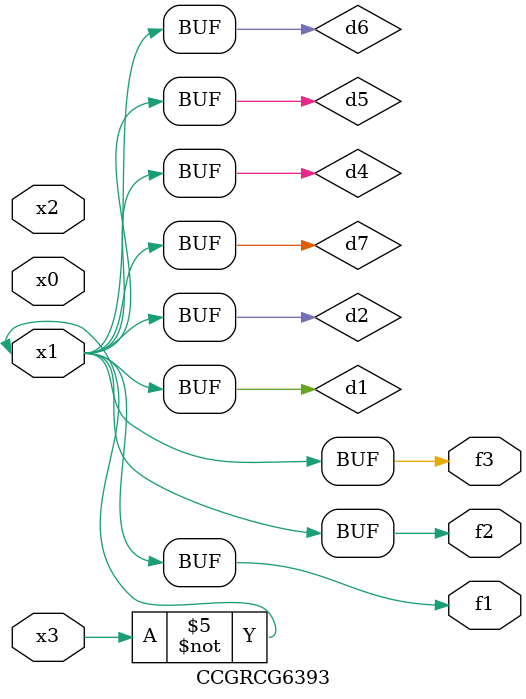
<source format=v>
module CCGRCG6393(
	input x0, x1, x2, x3,
	output f1, f2, f3
);

	wire d1, d2, d3, d4, d5, d6, d7;

	not (d1, x3);
	buf (d2, x1);
	xnor (d3, d1, d2);
	nor (d4, d1);
	buf (d5, d1, d2);
	buf (d6, d4, d5);
	nand (d7, d4);
	assign f1 = d6;
	assign f2 = d7;
	assign f3 = d6;
endmodule

</source>
